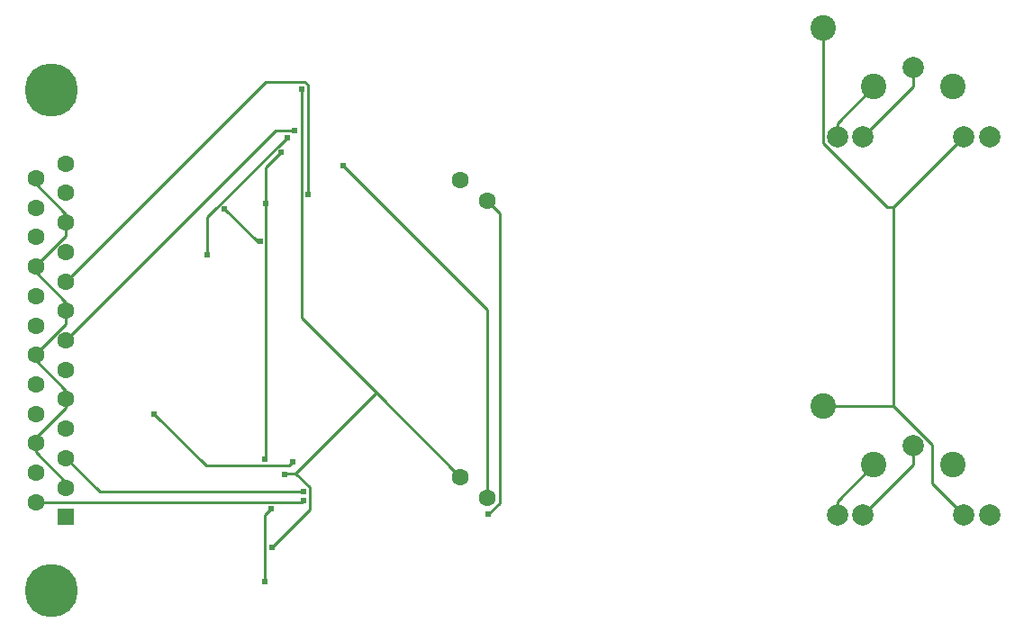
<source format=gbl>
G04 Layer: BottomLayer*
G04 EasyEDA v6.5.22, 2023-02-28 17:33:46*
G04 2c88ebba08e7464b96183e005241c5b3,bdb13a12c0ab493cb15560d8aabf918e,10*
G04 Gerber Generator version 0.2*
G04 Scale: 100 percent, Rotated: No, Reflected: No *
G04 Dimensions in millimeters *
G04 leading zeros omitted , absolute positions ,4 integer and 5 decimal *
%FSLAX45Y45*%
%MOMM*%

%ADD10C,0.2540*%
%ADD11C,5.0000*%
%ADD12C,1.6000*%
%ADD13R,1.6000X1.6000*%
%ADD14C,2.4000*%
%ADD15C,2.0000*%
%ADD16C,0.6096*%

%LPD*%
D10*
X9785151Y3052488D02*
G01*
X9123481Y3052488D01*
X10448498Y2027496D02*
G01*
X10150988Y2325006D01*
X10150988Y2686651D01*
X9785151Y3052488D01*
X9785151Y4920150D02*
G01*
X9727239Y4920150D01*
X9123481Y5523908D01*
X9123481Y6608488D01*
X9785151Y3052488D02*
G01*
X9785151Y4920150D01*
X9785151Y4920150D02*
G01*
X10448498Y5583496D01*
X1724893Y5193784D02*
G01*
X1724893Y5143009D01*
X2008891Y4859012D01*
X2008891Y4778291D01*
X2008891Y4778291D02*
G01*
X2008891Y4654161D01*
X1724893Y4370163D01*
X1724893Y4362797D01*
X1724893Y4362797D02*
G01*
X1724893Y4312023D01*
X2008891Y4028025D01*
X2008891Y3947304D01*
X2008891Y3947304D02*
G01*
X2008891Y3823149D01*
X1724893Y3539152D01*
X1724893Y3531786D01*
X1724893Y3531786D02*
G01*
X1724893Y3481011D01*
X2008891Y3197014D01*
X2008891Y3116292D01*
X2008891Y3116292D02*
G01*
X2008891Y3035571D01*
X1724893Y2751574D01*
X1724893Y2700799D01*
X1724893Y2700799D02*
G01*
X1724893Y2620078D01*
X2008891Y2336081D01*
X2008891Y2285306D01*
X2008891Y4224291D02*
G01*
X3888364Y6103764D01*
X4253006Y6103764D01*
X4281378Y6075392D01*
X4281378Y5039987D01*
X3337819Y4471408D02*
G01*
X3337819Y4830005D01*
X4084401Y5576587D01*
X2837870Y2977786D02*
G01*
X3323950Y2491706D01*
X4104111Y2491706D01*
X4138503Y2526098D01*
X1724893Y2146800D02*
G01*
X4220672Y2146800D01*
X4239874Y2166002D01*
X2008891Y2562293D02*
G01*
X2325197Y2245987D01*
X4240458Y2245987D01*
X9598487Y2497498D02*
G01*
X9258482Y2157493D01*
X9258482Y2027496D01*
X4062100Y2405981D02*
G01*
X4077035Y2420917D01*
X4165859Y2420917D01*
X4923972Y3179030D02*
G01*
X4165859Y2420917D01*
X5717011Y2385992D02*
G01*
X4923972Y3179030D01*
X3944548Y1722391D02*
G01*
X4300377Y2078220D01*
X4300377Y2286398D01*
X4165859Y2420917D01*
X4923972Y3179030D02*
G01*
X4221815Y3881188D01*
X4221815Y6031958D01*
X9973492Y2677507D02*
G01*
X9973492Y2502501D01*
X9498487Y2027496D01*
X5966998Y2185992D02*
G01*
X5966998Y3958175D01*
X4614016Y5311157D01*
X9598487Y6053498D02*
G01*
X9258482Y5713493D01*
X9258482Y5583496D01*
X3875486Y1404002D02*
G01*
X3875486Y2025616D01*
X3936674Y2086805D01*
X4026743Y5435414D02*
G01*
X3886789Y5295460D01*
X3886789Y4960002D01*
X3875664Y2550253D02*
G01*
X3889151Y2563741D01*
X3889151Y4957640D01*
X3886789Y4960002D01*
X9973492Y6233507D02*
G01*
X9973492Y6058501D01*
X9498487Y5583496D01*
X5966998Y4979992D02*
G01*
X6085133Y4861857D01*
X6085133Y2139586D01*
X5978961Y2033414D01*
X3830604Y4597697D02*
G01*
X3806957Y4597697D01*
X3497940Y4906713D01*
X2008891Y3670292D02*
G01*
X3982090Y5643491D01*
X4159585Y5643491D01*
X4159585Y5643516D01*
D11*
G01*
X1866900Y6022289D03*
G01*
X1866900Y1318310D03*
D12*
G01*
X1724913Y2146807D03*
G01*
X1724913Y2423795D03*
G01*
X1724913Y2700807D03*
G01*
X1724913Y2977794D03*
G01*
X1724913Y3254806D03*
G01*
X1724913Y3531793D03*
G01*
X1724913Y3808806D03*
G01*
X1724913Y4085793D03*
G01*
X1724913Y4362805D03*
G01*
X1724913Y4639792D03*
G01*
X1724913Y4916804D03*
G01*
X1724913Y5193792D03*
D13*
G01*
X2008911Y2008301D03*
D12*
G01*
X2008911Y2285314D03*
G01*
X2008911Y2562301D03*
G01*
X2008911Y2839313D03*
G01*
X2008911Y3116300D03*
G01*
X2008911Y3393287D03*
G01*
X2008911Y3670300D03*
G01*
X2008911Y3947312D03*
G01*
X2008911Y4224299D03*
G01*
X2008911Y4501311D03*
G01*
X2008911Y4778298D03*
G01*
X2008911Y5055285D03*
G01*
X2008911Y5332298D03*
D14*
G01*
X9123502Y6608495D03*
D15*
G01*
X10688523Y5583504D03*
G01*
X10448518Y5583504D03*
G01*
X9498507Y5583504D03*
G01*
X9258503Y5583504D03*
D14*
G01*
X10348518Y6053505D03*
G01*
X9598507Y6053505D03*
D15*
G01*
X9973513Y6233515D03*
D14*
G01*
X9123502Y3052495D03*
D15*
G01*
X10688523Y2027504D03*
G01*
X10448518Y2027504D03*
G01*
X9498507Y2027504D03*
G01*
X9258503Y2027504D03*
D14*
G01*
X10348518Y2497505D03*
G01*
X9598507Y2497505D03*
D15*
G01*
X9973513Y2677515D03*
D12*
G01*
X5717006Y5179999D03*
G01*
X5966993Y4980000D03*
G01*
X5717006Y2385999D03*
G01*
X5966993Y2186000D03*
D16*
G01*
X4159580Y5643524D03*
G01*
X3497935Y4906721D03*
G01*
X3830599Y4597704D03*
G01*
X5978956Y2033422D03*
G01*
X3875659Y2550261D03*
G01*
X4026738Y5435422D03*
G01*
X3886784Y4960010D03*
G01*
X3875481Y1404010D03*
G01*
X3936669Y2086813D03*
G01*
X4614011Y5311165D03*
G01*
X3944543Y1722399D03*
G01*
X4062095Y2405989D03*
G01*
X4221810Y6031966D03*
G01*
X4240453Y2245995D03*
G01*
X4239869Y2166010D03*
G01*
X2837865Y2977794D03*
G01*
X4138498Y2526106D03*
G01*
X3337813Y4471415D03*
G01*
X4084396Y5576595D03*
G01*
X4281373Y5039995D03*
M02*

</source>
